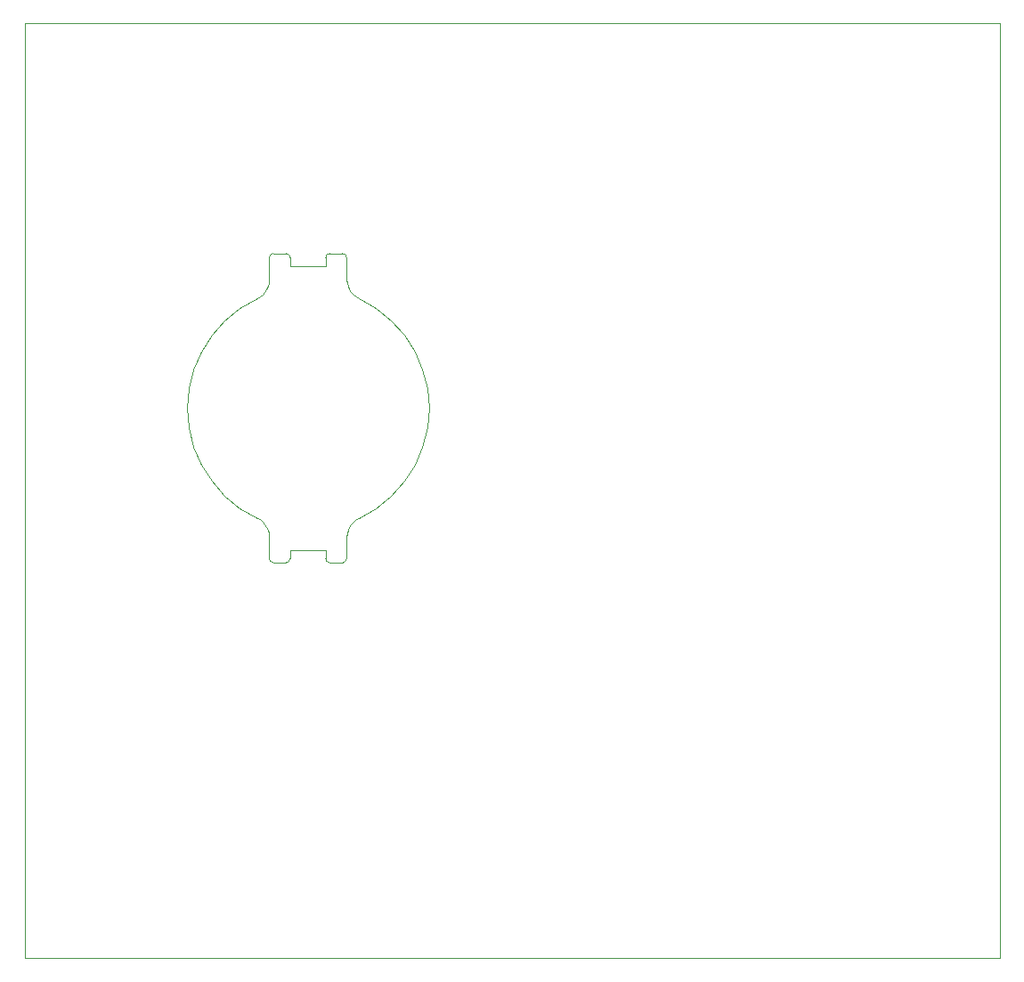
<source format=gbr>
%TF.GenerationSoftware,KiCad,Pcbnew,9.0.4*%
%TF.CreationDate,2025-10-29T19:36:09-05:00*%
%TF.ProjectId,ECE 445 - Suction Sense PCB-1,45434520-3434-4352-902d-205375637469,rev?*%
%TF.SameCoordinates,Original*%
%TF.FileFunction,Profile,NP*%
%FSLAX46Y46*%
G04 Gerber Fmt 4.6, Leading zero omitted, Abs format (unit mm)*
G04 Created by KiCad (PCBNEW 9.0.4) date 2025-10-29 19:36:09*
%MOMM*%
%LPD*%
G01*
G04 APERTURE LIST*
%TA.AperFunction,Profile*%
%ADD10C,0.050000*%
%TD*%
%TA.AperFunction,Profile*%
%ADD11C,0.100000*%
%TD*%
G04 APERTURE END LIST*
D10*
X90170000Y-49530000D02*
X182880000Y-49530000D01*
X182880000Y-138430000D01*
X90170000Y-138430000D01*
X90170000Y-49530000D01*
D11*
%TO.C,J3*%
X105600001Y-86100000D02*
X105751138Y-84241692D01*
X105751138Y-84241692D02*
X106200577Y-82432227D01*
X105751138Y-87958309D02*
X105600001Y-86100000D01*
X106200577Y-82432227D02*
X106936505Y-80719170D01*
X106200577Y-89767774D02*
X105751138Y-87958309D01*
X106936505Y-80719170D02*
X107939577Y-79147546D01*
X106936505Y-91480831D02*
X106200577Y-89767774D01*
X107939577Y-79147546D02*
X109183429Y-77758665D01*
X107939577Y-93052455D02*
X106936505Y-91480831D01*
X109183429Y-77758665D02*
X110635365Y-76589034D01*
X109183429Y-94441336D02*
X107939577Y-93052455D01*
X110635365Y-76589034D02*
X112257223Y-75669397D01*
X110635365Y-95610967D02*
X109183429Y-94441336D01*
X112257223Y-75669397D02*
X112539285Y-75509460D01*
X112257223Y-96530604D02*
X110635365Y-95610967D01*
X112539285Y-75509460D02*
X112791796Y-75306046D01*
X112539285Y-96690541D02*
X112257223Y-96530604D01*
X112791796Y-75306046D02*
X113008118Y-75064502D01*
X112791796Y-96893955D02*
X112539285Y-96690541D01*
X113008118Y-75064502D02*
X113182566Y-74791176D01*
X113008118Y-97135499D02*
X112791796Y-96893955D01*
X113182566Y-74791176D02*
X113310553Y-74493253D01*
X113182566Y-97408825D02*
X113008118Y-97135499D01*
X113310553Y-74493253D02*
X113388716Y-74178563D01*
X113310553Y-97706748D02*
X113182566Y-97408825D01*
X113388716Y-74178563D02*
X113415001Y-73855379D01*
X113388716Y-98021438D02*
X113310553Y-97706748D01*
X113415001Y-73855379D02*
X113415101Y-71800000D01*
X113415001Y-98344622D02*
X113388716Y-98021438D01*
X113417207Y-100400000D02*
X113415001Y-98344622D01*
X113815101Y-71400000D02*
X115015051Y-71400000D01*
X115017157Y-100800000D02*
X113817207Y-100800000D01*
X115415051Y-71800000D02*
X115415051Y-72600000D01*
X115415051Y-72600000D02*
X118785050Y-72600000D01*
X115415051Y-99600000D02*
X115414950Y-100400000D01*
X118785050Y-72600000D02*
X118785050Y-71800000D01*
X118785050Y-99600000D02*
X115415051Y-99600000D01*
X118785050Y-100400000D02*
X118785050Y-99600000D01*
X119185050Y-71400000D02*
X120385000Y-71400000D01*
X120385000Y-100800000D02*
X119185050Y-100800000D01*
X120785000Y-71800000D02*
X120785000Y-73855379D01*
X120785000Y-73855379D02*
X120811285Y-74178563D01*
X120785000Y-98344622D02*
X120785000Y-100400000D01*
X120811285Y-74178563D02*
X120889448Y-74493253D01*
X120811285Y-98021438D02*
X120785000Y-98344622D01*
X120889448Y-74493253D02*
X121017435Y-74791176D01*
X120889448Y-97706748D02*
X120811285Y-98021438D01*
X121017435Y-74791176D02*
X121191883Y-75064502D01*
X121017435Y-97408825D02*
X120889448Y-97706748D01*
X121191883Y-75064502D02*
X121408205Y-75306046D01*
X121191883Y-97135499D02*
X121017435Y-97408825D01*
X121408205Y-75306046D02*
X121660716Y-75509460D01*
X121408205Y-96893955D02*
X121191883Y-97135499D01*
X121660716Y-75509460D02*
X121942778Y-75669397D01*
X121660716Y-96690541D02*
X121408205Y-96893955D01*
X121942778Y-75669397D02*
X123564636Y-76589034D01*
X121942778Y-96530604D02*
X121660716Y-96690541D01*
X123564636Y-76589034D02*
X125016572Y-77758665D01*
X123564636Y-95610967D02*
X121942778Y-96530604D01*
X125016572Y-77758665D02*
X126260424Y-79147546D01*
X125016572Y-94441336D02*
X123564636Y-95610967D01*
X126260424Y-79147546D02*
X127263496Y-80719170D01*
X126260424Y-93052455D02*
X125016572Y-94441336D01*
X127263496Y-80719170D02*
X127999424Y-82432227D01*
X127263496Y-91480831D02*
X126260424Y-93052455D01*
X127999424Y-82432227D02*
X128448863Y-84241692D01*
X127999424Y-89767774D02*
X127263496Y-91480831D01*
X128448863Y-84241692D02*
X128600000Y-86100000D01*
X128448863Y-87958309D02*
X127999424Y-89767774D01*
X128600000Y-86100000D02*
X128448863Y-87958309D01*
X113415101Y-71800000D02*
G75*
G02*
X113815101Y-71400000I399999J1D01*
G01*
X113817207Y-100800000D02*
G75*
G02*
X113417200Y-100400000I-7J400000D01*
G01*
X115015051Y-71400000D02*
G75*
G02*
X115415051Y-71800000I1J-399999D01*
G01*
X115414950Y-100400000D02*
G75*
G02*
X115014950Y-100799950I-399950J0D01*
G01*
X118785050Y-71800000D02*
G75*
G02*
X119185050Y-71400000I399999J1D01*
G01*
X119185050Y-100800000D02*
G75*
G02*
X118785050Y-100400000I0J400000D01*
G01*
X120385000Y-71400000D02*
G75*
G02*
X120785000Y-71800000I1J-399999D01*
G01*
X120785000Y-100400000D02*
G75*
G02*
X120385000Y-100800000I-400000J0D01*
G01*
%TD*%
M02*

</source>
